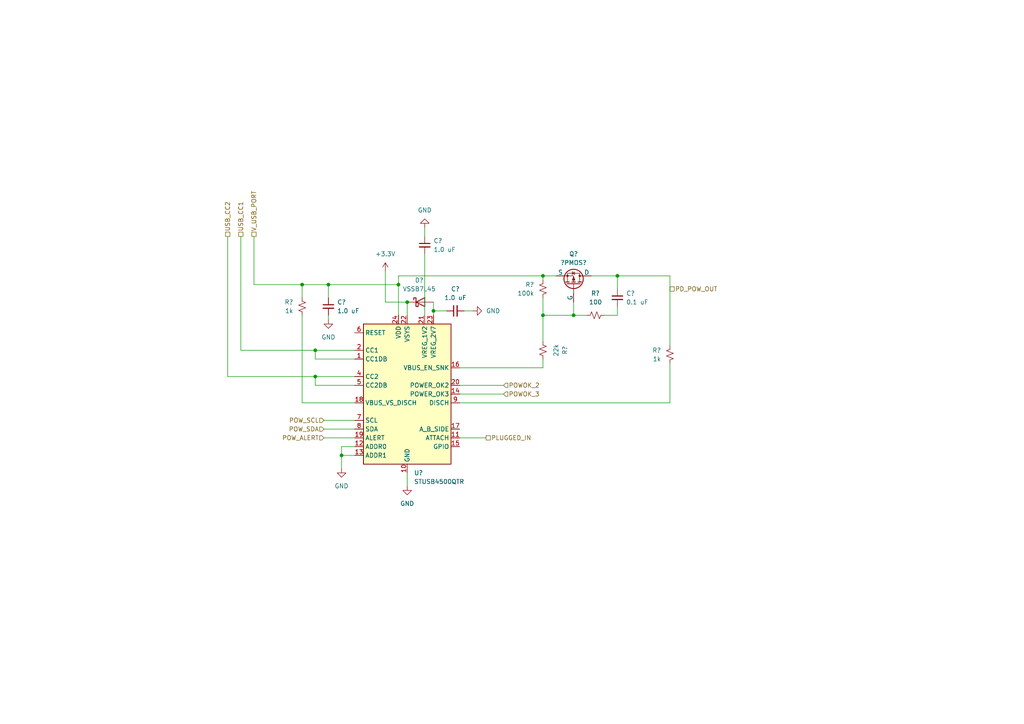
<source format=kicad_sch>
(kicad_sch (version 20230121) (generator eeschema)
  (paper "A4")
  (lib_symbols
    (symbol "Device:C_Small" (pin_numbers hide) (pin_names (offset 0.254) hide)
      (property "Reference" "C" (at 0.254 1.778 0))
      (property "Value" "C_Small" (at 0.254 -2.032 0))
      (symbol "C_Small_0_1"
        (polyline (pts (xy -1.524 -0.508) (xy 1.524 -0.508)) (stroke (width 0.3302)))
        (polyline (pts (xy -1.524 0.508) (xy 1.524 0.508)) (stroke (width 0.3048)))
      )
      (symbol "C_Small_1_1"
        (pin passive line (at 0 2.54 270) (length 2.032) (name "~") (number "1"))
        (pin passive line (at 0 -2.54 90) (length 2.032) (name "~") (number "2"))
      )
    )
    (symbol "Device:D_Schottky" (pin_numbers hide) (pin_names (offset 1.016) hide)
      (property "Reference" "D" (at 0 2.54 0))
      (property "Value" "D_Schottky" (at 0 -2.54 0))
      (symbol "D_Schottky_0_1"
        (polyline (pts (xy 1.27 0) (xy -1.27 0)))
        (polyline (pts (xy 1.27 1.27) (xy 1.27 -1.27) (xy -1.27 0) (xy 1.27 1.27)) (stroke (width 0.254)))
        (polyline (pts (xy -1.905 0.635) (xy -1.905 1.27) (xy -1.27 1.27) (xy -1.27 -1.27) (xy -0.635 -1.27) (xy -0.635 -0.635)) (stroke (width 0.254)))
      )
      (symbol "D_Schottky_1_1"
        (pin passive line (at -3.81 0 0) (length 2.54) (name "K") (number "1"))
        (pin passive line (at 3.81 0 180) (length 2.54) (name "A") (number "2"))
      )
    )
    (symbol "Device:R_Small_US" (pin_numbers hide) (pin_names (offset 0.254) hide)
      (property "Reference" "R" (at 0.762 0.508 0))
      (property "Value" "R_Small_US" (at 0.762 -1.016 0))
      (symbol "R_Small_US_1_1"
        (polyline (pts (xy 0 0) (xy 1.016 -0.381) (xy 0 -0.762) (xy -1.016 -1.143) (xy 0 -1.524)))
        (polyline (pts (xy 0 1.524) (xy 1.016 1.143) (xy 0 0.762) (xy -1.016 0.381) (xy 0 0)))
        (pin passive line (at 0 2.54 270) (length 1.016) (name "~") (number "1"))
        (pin passive line (at 0 -2.54 90) (length 1.016) (name "~") (number "2"))
      )
    )
    (symbol "Interface_USB:STUSB4500QTR"
      (property "Reference" "U" (at -12.7 21.59 0))
      (property "Value" "STUSB4500QTR" (at 8.89 -21.59 0))
      (symbol "STUSB4500QTR_0_1"
        (rectangle (start -12.7 20.32) (end 12.7 -20.32) (stroke (width 0.254)) (fill (type background)))
      )
      (symbol "STUSB4500QTR_1_1"
        (pin bidirectional line (at -15.24 10.16 0) (length 2.54) (name "CC1DB") (number "1"))
        (pin power_in line (at 0 -22.86 90) (length 2.54) (name "GND") (number "10"))
        (pin open_collector line (at 15.24 -12.7 180) (length 2.54) (name "ATTACH") (number "11"))
        (pin input line (at -15.24 -15.24 0) (length 2.54) (name "ADDR0") (number "12"))
        (pin input line (at -15.24 -17.78 0) (length 2.54) (name "ADDR1") (number "13"))
        (pin open_collector line (at 15.24 0 180) (length 2.54) (name "POWER_OK3") (number "14"))
        (pin open_collector line (at 15.24 -15.24 180) (length 2.54) (name "GPIO") (number "15"))
        (pin open_collector line (at 15.24 7.62 180) (length 2.54) (name "VBUS_EN_SNK") (number "16"))
        (pin open_collector line (at 15.24 -10.16 180) (length 2.54) (name "A_B_SIDE") (number "17"))
        (pin input line (at -15.24 -2.54 0) (length 2.54) (name "VBUS_VS_DISCH") (number "18"))
        (pin open_collector line (at -15.24 -12.7 0) (length 2.54) (name "ALERT") (number "19"))
        (pin bidirectional line (at -15.24 12.7 0) (length 2.54) (name "CC1") (number "2"))
        (pin open_collector line (at 15.24 2.54 180) (length 2.54) (name "POWER_OK2") (number "20"))
        (pin power_out line (at 5.08 22.86 270) (length 2.54) (name "VREG_1V2") (number "21"))
        (pin power_in line (at 0 22.86 270) (length 2.54) (name "VSYS") (number "22"))
        (pin power_out line (at 7.62 22.86 270) (length 2.54) (name "VREG_2V7") (number "23"))
        (pin power_in line (at -2.54 22.86 270) (length 2.54) (name "VDD") (number "24"))
        (pin passive line (at 0 -22.86 90) (length 2.54) hide (name "GND") (number "25"))
        (pin no_connect line (at -12.7 15.24 0) (length 2.54) hide (name "NC") (number "3"))
        (pin bidirectional line (at -15.24 5.08 0) (length 2.54) (name "CC2") (number "4"))
        (pin bidirectional line (at -15.24 2.54 0) (length 2.54) (name "CC2DB") (number "5"))
        (pin input line (at -15.24 17.78 0) (length 2.54) (name "RESET") (number "6"))
        (pin input line (at -15.24 -7.62 0) (length 2.54) (name "SCL") (number "7"))
        (pin bidirectional line (at -15.24 -10.16 0) (length 2.54) (name "SDA") (number "8"))
        (pin bidirectional line (at 15.24 -2.54 180) (length 2.54) (name "DISCH") (number "9"))
      )
    )
    (symbol "Simulation_SPICE:PMOS" (pin_numbers hide) (pin_names (offset 0))
      (property "Reference" "Q" (at 5.08 1.27 0))
      (property "Value" "PMOS" (at 5.08 -1.27 0))
      (symbol "PMOS_0_1"
        (polyline (pts (xy 0.254 0) (xy -2.54 0)))
        (polyline (pts (xy 0.254 1.905) (xy 0.254 -1.905)) (stroke (width 0.254)))
        (polyline (pts (xy 0.762 -1.27) (xy 0.762 -2.286)) (stroke (width 0.254)))
        (polyline (pts (xy 0.762 0.508) (xy 0.762 -0.508)) (stroke (width 0.254)))
        (polyline (pts (xy 0.762 2.286) (xy 0.762 1.27)) (stroke (width 0.254)))
        (polyline (pts (xy 2.54 2.54) (xy 2.54 1.778)))
        (polyline (pts (xy 2.54 -2.54) (xy 2.54 0) (xy 0.762 0)))
        (polyline (pts (xy 0.762 1.778) (xy 3.302 1.778) (xy 3.302 -1.778) (xy 0.762 -1.778)))
        (polyline (pts (xy 2.286 0) (xy 1.27 0.381) (xy 1.27 -0.381) (xy 2.286 0)) (fill (type outline)))
        (polyline (pts (xy 2.794 -0.508) (xy 2.921 -0.381) (xy 3.683 -0.381) (xy 3.81 -0.254)))
        (polyline (pts (xy 3.302 -0.381) (xy 2.921 0.254) (xy 3.683 0.254) (xy 3.302 -0.381)))
        (circle (center 1.651 0) (radius 2.794) (stroke (width 0.254)))
        (circle (center 2.54 -1.778) (radius 0.254) (fill (type outline)))
        (circle (center 2.54 1.778) (radius 0.254) (fill (type outline)))
      )
      (symbol "PMOS_1_1"
        (pin passive line (at 2.54 5.08 270) (length 2.54) (name "D") (number "1"))
        (pin input line (at -5.08 0 0) (length 2.54) (name "G") (number "2"))
        (pin passive line (at 2.54 -5.08 90) (length 2.54) (name "S") (number "3"))
      )
    )
    (symbol "power:+3.3V" (power) (pin_names (offset 0))
      (property "Value" "+3.3V" (at 0 3.556 0))
      (symbol "+3.3V_0_1"
        (polyline (pts (xy -0.762 1.27) (xy 0 2.54)))
        (polyline (pts (xy 0 0) (xy 0 2.54)))
        (polyline (pts (xy 0 2.54) (xy 0.762 1.27)))
      )
      (symbol "+3.3V_1_1"
        (pin power_in line (at 0 0 90) (length 0) hide (name "+3.3V") (number "1"))
      )
    )
    (symbol "power:GND" (power) (pin_names (offset 0))
      (property "Value" "GND" (at 0 -3.81 0))
      (symbol "GND_0_1"
        (polyline (pts (xy 0 0) (xy 0 -1.27) (xy 1.27 -1.27) (xy 0 -2.54) (xy -1.27 -1.27) (xy 0 -1.27)))
      )
      (symbol "GND_1_1"
        (pin power_in line (at 0 0 270) (length 0) hide (name "GND") (number "1"))
      )
    )
  )
  (junction (at 99.06 132.08))
  (junction (at 91.44 109.22))
  (junction (at 166.37 91.44))
  (junction (at 115.57 82.55))
  (junction (at 87.63 82.55))
  (junction (at 157.48 80.01))
  (junction (at 91.44 101.6))
  (junction (at 118.11 87.63))
  (junction (at 179.07 80.01))
  (junction (at 157.48 91.44))
  (junction (at 95.25 82.55))
  (junction (at 125.73 90.17))
  (wire (pts (xy 73.66 68.58) (xy 73.66 82.55)))
  (wire (pts (xy 115.57 91.44) (xy 115.57 82.55)))
  (wire (pts (xy 93.98 121.92) (xy 102.87 121.92)))
  (wire (pts (xy 91.44 109.22) (xy 66.04 109.22)))
  (wire (pts (xy 102.87 129.54) (xy 99.06 129.54)))
  (wire (pts (xy 157.48 80.01) (xy 157.48 81.28)))
  (wire (pts (xy 73.66 82.55) (xy 87.63 82.55)))
  (wire (pts (xy 125.73 90.17) (xy 125.73 91.44)))
  (wire (pts (xy 111.76 78.74) (xy 111.76 87.63)))
  (wire (pts (xy 99.06 132.08) (xy 102.87 132.08)))
  (wire (pts (xy 194.31 116.84) (xy 194.31 105.41)))
  (wire (pts (xy 157.48 80.01) (xy 115.57 80.01)))
  (wire (pts (xy 179.07 80.01) (xy 171.45 80.01)))
  (wire (pts (xy 170.18 91.44) (xy 166.37 91.44)))
  (wire (pts (xy 111.76 87.63) (xy 118.11 87.63)))
  (wire (pts (xy 133.35 127) (xy 140.97 127)))
  (wire (pts (xy 91.44 104.14) (xy 91.44 101.6)))
  (wire (pts (xy 87.63 82.55) (xy 87.63 86.36)))
  (wire (pts (xy 102.87 111.76) (xy 91.44 111.76)))
  (wire (pts (xy 133.35 106.68) (xy 157.48 106.68)))
  (wire (pts (xy 179.07 80.01) (xy 179.07 83.82)))
  (wire (pts (xy 166.37 87.63) (xy 166.37 91.44)))
  (wire (pts (xy 157.48 104.14) (xy 157.48 106.68)))
  (wire (pts (xy 95.25 91.44) (xy 95.25 92.71)))
  (wire (pts (xy 194.31 80.01) (xy 194.31 100.33)))
  (wire (pts (xy 134.62 90.17) (xy 137.16 90.17)))
  (wire (pts (xy 118.11 87.63) (xy 118.11 91.44)))
  (wire (pts (xy 115.57 80.01) (xy 115.57 82.55)))
  (wire (pts (xy 133.35 114.3) (xy 146.05 114.3)))
  (wire (pts (xy 87.63 91.44) (xy 87.63 116.84)))
  (wire (pts (xy 133.35 116.84) (xy 194.31 116.84)))
  (wire (pts (xy 157.48 91.44) (xy 157.48 99.06)))
  (wire (pts (xy 91.44 111.76) (xy 91.44 109.22)))
  (wire (pts (xy 93.98 127) (xy 102.87 127)))
  (wire (pts (xy 87.63 116.84) (xy 102.87 116.84)))
  (wire (pts (xy 166.37 91.44) (xy 157.48 91.44)))
  (wire (pts (xy 161.29 80.01) (xy 157.48 80.01)))
  (wire (pts (xy 175.26 91.44) (xy 179.07 91.44)))
  (wire (pts (xy 129.54 90.17) (xy 125.73 90.17)))
  (wire (pts (xy 95.25 82.55) (xy 95.25 86.36)))
  (wire (pts (xy 102.87 109.22) (xy 91.44 109.22)))
  (wire (pts (xy 87.63 82.55) (xy 95.25 82.55)))
  (wire (pts (xy 157.48 91.44) (xy 157.48 86.36)))
  (wire (pts (xy 123.19 73.66) (xy 123.19 91.44)))
  (wire (pts (xy 102.87 104.14) (xy 91.44 104.14)))
  (wire (pts (xy 125.73 87.63) (xy 125.73 90.17)))
  (wire (pts (xy 118.11 137.16) (xy 118.11 140.97)))
  (wire (pts (xy 93.98 124.46) (xy 102.87 124.46)))
  (wire (pts (xy 69.85 68.58) (xy 69.85 101.6)))
  (wire (pts (xy 91.44 101.6) (xy 102.87 101.6)))
  (wire (pts (xy 66.04 109.22) (xy 66.04 68.58)))
  (wire (pts (xy 99.06 135.89) (xy 99.06 132.08)))
  (wire (pts (xy 99.06 129.54) (xy 99.06 132.08)))
  (wire (pts (xy 115.57 82.55) (xy 95.25 82.55)))
  (wire (pts (xy 123.19 66.04) (xy 123.19 68.58)))
  (wire (pts (xy 179.07 91.44) (xy 179.07 88.9)))
  (wire (pts (xy 133.35 111.76) (xy 146.05 111.76)))
  (wire (pts (xy 179.07 80.01) (xy 194.31 80.01)))
  (wire (pts (xy 69.85 101.6) (xy 91.44 101.6)))
  (hierarchical_label "POWOK_3" (shape input) (at 146.05 114.3 0))
  (hierarchical_label "V_USB_PORT" (shape passive) (at 73.66 68.58 90))
  (hierarchical_label "POWOK_2" (shape input) (at 146.05 111.76 0))
  (hierarchical_label "PD_POW_OUT" (shape passive) (at 194.31 83.82 0))
  (hierarchical_label "POW_SCL" (shape input) (at 93.98 121.92 180))
  (hierarchical_label "USB_CC1" (shape passive) (at 69.85 68.58 90))
  (hierarchical_label "POW_ALERT" (shape input) (at 93.98 127 180))
  (hierarchical_label "USB_CC2" (shape passive) (at 66.04 68.58 90))
  (hierarchical_label "POW_SDA" (shape input) (at 93.98 124.46 180))
  (hierarchical_label "PLUGGED_IN" (shape passive) (at 140.97 127 0))
  (symbol (lib_id "Device:C_Small") (at 132.08 90.17 90) (unit 1)
    (property "Reference" "C?" (at 132.0863 83.82 90))
    (property "Value" "1.0 uF" (at 132.0863 86.36 90))
    (property "Footprint" "Capacitor_SMD:C_1206_3216Metric" (effects hide))
    (property "Datasheet" "https://www.mouser.com/datasheet/2/212/KEM_C1002_X7R_SMD-1102033.pdf" (effects hide))
    (property "JLCPCB Part #" "C452759" (effects hide))
    (property "Manufacturer" "KEMET" (effects hide))
    (property "Manufacturer_Part_Number" "C1812C105K5RACTU" (effects hide))
    (property "Mouser Part Number" "80-C1812C105K5R" (effects hide))
    (instances (project "stacked-boards" (path "" (reference "C?") (unit 1)) (path "" (reference "C12") (unit 1))))
  )
  (symbol (lib_id "Device:D_Schottky") (at 121.92 87.63 0) (unit 1)
    (property "Reference" "D?" (at 121.6025 81.28 0))
    (property "Value" "VSSB7L45" (at 121.6025 83.82 0))
    (property "Footprint" "Diode_SMD:D_SMB" (effects hide))
    (property "Datasheet" "https://www.vishay.com/docs/87792/vssb7l45-m3.pdf" (effects hide))
    (property "Manufacturer" "Vishay" (effects hide))
    (property "Manufacturer_Part_Number" "VSSB7L45-M3/52T " (effects hide))
    (property "Mouser Part Number" "78-VSSB7L45-M352T " (effects hide))
    (property "JLCPCB Part #" "C3759895" (effects hide))
    (instances (project "stacked-boards" (path "" (reference "D?") (unit 1)) (path "" (reference "D5") (unit 1))))
  )
  (symbol (lib_id "Device:R_Small_US") (at 87.63 88.9 0) (unit 1)
    (property "Reference" "R?" (at 85.09 87.63 0) (effects (justify right)))
    (property "Value" "1k" (at 85.09 90.17 0) (effects (justify right)))
    (instances (project "stacked-boards" (path "" (reference "R?") (unit 1)) (path "" (reference "R5") (unit 1))))
  )
  (symbol (lib_id "Device:R_Small_US") (at 157.48 83.82 0) (mirror y) (unit 1)
    (property "Reference" "R?" (at 154.94 82.55 0) (effects (justify left)))
    (property "Value" "100k" (at 154.94 85.09 0) (effects (justify left)))
    (instances (project "stacked-boards" (path "" (reference "R?") (unit 1)) (path "" (reference "R4") (unit 1))))
  )
  (symbol (lib_id "Device:C_Small") (at 95.25 88.9 0) (unit 1)
    (property "Reference" "C?" (at 97.79 87.6363 0) (effects (justify left)))
    (property "Value" "1.0 uF" (at 97.79 90.1763 0) (effects (justify left)))
    (property "Footprint" "Capacitor_SMD:C_1206_3216Metric" (effects hide))
    (property "Datasheet" "https://www.mouser.com/datasheet/2/212/KEM_C1002_X7R_SMD-1102033.pdf" (effects hide))
    (property "JLCPCB Part #" "C452759" (effects hide))
    (property "Manufacturer" "KEMET" (effects hide))
    (property "Manufacturer_Part_Number" "C1812C105K5RACTU" (effects hide))
    (property "Mouser Part Number" "80-C1812C105K5R" (effects hide))
    (instances (project "stacked-boards" (path "" (reference "C?") (unit 1)) (path "" (reference "C11") (unit 1))))
  )
  (symbol (lib_id "Device:C_Small") (at 179.07 86.36 0) (unit 1)
    (property "Reference" "C?" (at 181.61 85.0963 0) (effects (justify left)))
    (property "Value" "0.1 uF" (at 181.61 87.6363 0) (effects (justify left)))
    (property "Footprint" "Capacitor_SMD:C_0805_2012Metric" (effects hide))
    (property "Datasheet" "https://www.mouser.com/datasheet/2/212/KEM_C1002_X7R_SMD-1102033.pdf" (effects hide))
    (property "JLCPCB Part #" "C3018562" (effects hide))
    (property "Manufacturer" "KEMET" (effects hide))
    (property "Manufacturer_Part_Number" "C0805C104K5RACTU" (effects hide))
    (property "Mouser Part Number" "80-C0805C104K5R" (effects hide))
    (instances (project "stacked-boards" (path "" (reference "C?") (unit 1)) (path "" (reference "C10") (unit 1))))
  )
  (symbol (lib_id "Device:R_Small_US") (at 172.72 91.44 90) (unit 1)
    (property "Reference" "R?" (at 172.72 85.09 90))
    (property "Value" "100" (at 172.72 87.63 90))
    (instances (project "stacked-boards" (path "" (reference "R?") (unit 1)) (path "" (reference "R6") (unit 1))))
  )
  (symbol (lib_id "Device:R_Small_US") (at 194.31 102.87 0) (mirror x) (unit 1)
    (property "Reference" "R?" (at 191.77 101.6 0) (effects (justify right)))
    (property "Value" "1k" (at 191.77 104.14 0) (effects (justify right)))
    (instances (project "stacked-boards" (path "" (reference "R?") (unit 1)) (path "" (reference "R8") (unit 1))))
  )
  (symbol (lib_id "power:GND") (at 118.11 140.97 0) (unit 1)
    (property "Reference" "#PWR?" (effects hide))
    (property "Value" "GND" (at 118.11 146.05 0))
    (instances (project "stacked-boards" (path "" (reference "#PWR?") (unit 1)) (path "" (reference "#PWR025") (unit 1))))
  )
  (symbol (lib_id "Device:C_Small") (at 123.19 71.12 0) (unit 1)
    (property "Reference" "C?" (at 125.73 69.8563 0) (effects (justify left)))
    (property "Value" "1.0 uF" (at 125.73 72.3963 0) (effects (justify left)))
    (property "Footprint" "Capacitor_SMD:C_1206_3216Metric" (effects hide))
    (property "Datasheet" "https://www.mouser.com/datasheet/2/212/KEM_C1002_X7R_SMD-1102033.pdf" (effects hide))
    (property "JLCPCB Part #" "C452759" (effects hide))
    (property "Manufacturer" "KEMET" (effects hide))
    (property "Manufacturer_Part_Number" "C1812C105K5RACTU" (effects hide))
    (property "Mouser Part Number" "80-C1812C105K5R" (effects hide))
    (instances (project "stacked-boards" (path "" (reference "C?") (unit 1)) (path "" (reference "C9") (unit 1))))
  )
  (symbol (lib_id "Simulation_SPICE:PMOS") (at 166.37 82.55 270) (mirror x) (unit 1)
    (property "Reference" "Q?" (at 166.37 73.66 90))
    (property "Value" "?PMOS?" (at 166.37 76.2 90))
    (property "Datasheet" "https://ngspice.sourceforge.io/docs/ngspice-manual.pdf" (effects hide))
    (property "Sim.Device" "PMOS" (effects hide))
    (property "Sim.Type" "VDMOS" (effects hide))
    (property "Sim.Pins" "1=D 2=G 3=S" (effects hide))
    (instances (project "stacked-boards" (path "" (reference "Q?") (unit 1)) (path "" (reference "Q3") (unit 1))))
  )
  (symbol (lib_id "power:GND") (at 99.06 135.89 0) (unit 1)
    (property "Reference" "#PWR?" (effects hide))
    (property "Value" "GND" (at 99.06 140.97 0))
    (instances (project "stacked-boards" (path "" (reference "#PWR?") (unit 1)) (path "" (reference "#PWR024") (unit 1))))
  )
  (symbol (lib_id "Interface_USB:STUSB4500QTR") (at 118.11 114.3 0) (unit 1)
    (property "Reference" "U?" (at 120.0659 137.16 0) (effects (justify left)))
    (property "Value" "STUSB4500QTR" (at 120.0659 139.7 0) (effects (justify left)))
    (property "Footprint" "Package_DFN_QFN:QFN-24-1EP_4x4mm_P0.5mm_EP2.7x2.7mm" (effects hide))
    (property "Datasheet" "https://www.st.com/resource/en/datasheet/stusb4500.pdf" (effects hide))
    (instances (project "stacked-boards" (path "" (reference "U?") (unit 1)) (path "" (reference "U3") (unit 1))))
  )
  (symbol (lib_id "power:GND") (at 95.25 92.71 0) (unit 1)
    (property "Reference" "#PWR?" (effects hide))
    (property "Value" "GND" (at 95.25 97.79 0))
    (instances (project "stacked-boards" (path "" (reference "#PWR?") (unit 1)) (path "" (reference "#PWR022") (unit 1))))
  )
  (symbol (lib_id "power:GND") (at 123.19 66.04 180) (unit 1)
    (property "Reference" "#PWR?" (effects hide))
    (property "Value" "GND" (at 123.19 60.96 0))
    (instances (project "stacked-boards" (path "" (reference "#PWR?") (unit 1)) (path "" (reference "#PWR019") (unit 1))))
  )
  (symbol (lib_id "power:+3.3V") (at 111.76 78.74 0) (unit 1)
    (property "Reference" "#PWR?" (effects hide))
    (property "Value" "+3.3V" (at 111.76 73.66 0))
    (instances (project "stacked-boards" (path "" (reference "#PWR?") (unit 1)) (path "" (reference "#PWR020") (unit 1))))
  )
  (symbol (lib_id "power:GND") (at 137.16 90.17 90) (unit 1)
    (property "Reference" "#PWR?" (effects hide))
    (property "Value" "GND" (at 140.97 90.17 90) (effects (justify right)))
    (instances (project "stacked-boards" (path "" (reference "#PWR?") (unit 1)) (path "" (reference "#PWR021") (unit 1))))
  )
  (symbol (lib_id "Device:R_Small_US") (at 157.48 101.6 180) (unit 1)
    (property "Reference" "R?" (at 163.83 101.6 90))
    (property "Value" "22k" (at 161.29 101.6 90))
    (instances (project "stacked-boards" (path "" (reference "R?") (unit 1)) (path "" (reference "R7") (unit 1))))
  )
)
</source>
